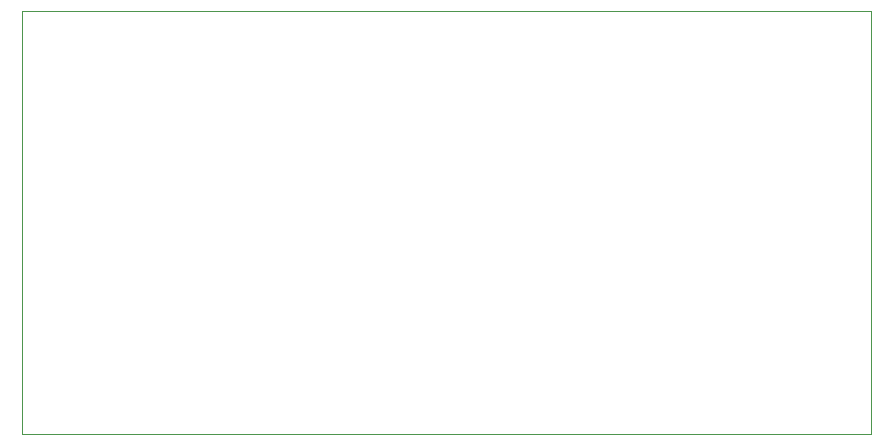
<source format=gbr>
G04 #@! TF.GenerationSoftware,KiCad,Pcbnew,(5.1.5)-3*
G04 #@! TF.CreationDate,2020-04-26T21:45:51-07:00*
G04 #@! TF.ProjectId,JessopIII_SPP460,4a657373-6f70-4494-9949-5f5350503436,rev?*
G04 #@! TF.SameCoordinates,Original*
G04 #@! TF.FileFunction,Profile,NP*
%FSLAX46Y46*%
G04 Gerber Fmt 4.6, Leading zero omitted, Abs format (unit mm)*
G04 Created by KiCad (PCBNEW (5.1.5)-3) date 2020-04-26 21:45:51*
%MOMM*%
%LPD*%
G04 APERTURE LIST*
G04 #@! TA.AperFunction,Profile*
%ADD10C,0.100000*%
G04 #@! TD*
G04 APERTURE END LIST*
D10*
X138430000Y-61722000D02*
X138430000Y-97536000D01*
X66548000Y-61722000D02*
X138430000Y-61722000D01*
X66548000Y-97536000D02*
X66548000Y-61722000D01*
X138430000Y-97536000D02*
X66548000Y-97536000D01*
M02*

</source>
